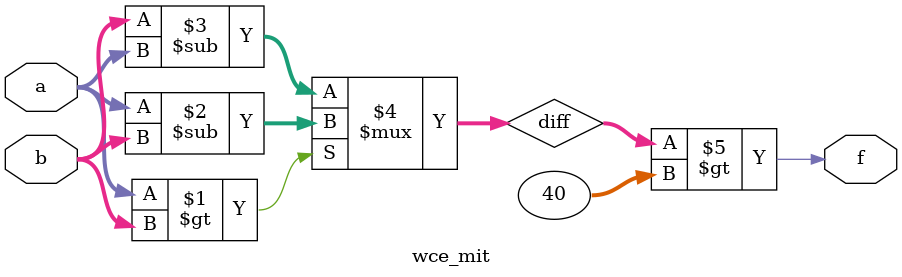
<source format=v>
module wce_mit(a, b, f);
parameter _bit = 8;
parameter wce = 40;
input [_bit - 1: 0] a;
input [_bit - 1: 0] b;
output f;
wire [_bit - 1: 0] diff;
assign diff = (a > b)? (a - b): (b - a);
assign f = (diff > wce);
endmodule

</source>
